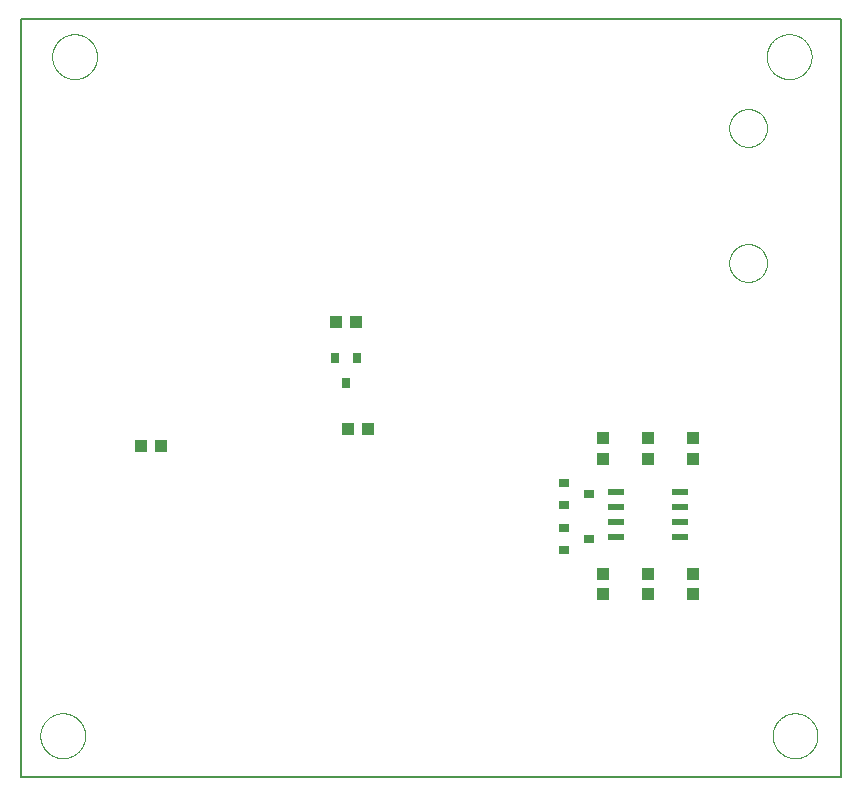
<source format=gtp>
G75*
%MOIN*%
%OFA0B0*%
%FSLAX25Y25*%
%IPPOS*%
%LPD*%
%AMOC8*
5,1,8,0,0,1.08239X$1,22.5*
%
%ADD10C,0.00600*%
%ADD11C,0.00000*%
%ADD12R,0.05400X0.02000*%
%ADD13R,0.03543X0.03150*%
%ADD14R,0.04331X0.03937*%
%ADD15R,0.03937X0.04331*%
%ADD16R,0.03150X0.03543*%
D10*
X0015315Y0001300D02*
X0015315Y0253859D01*
X0288346Y0253859D01*
X0288346Y0001300D01*
X0015315Y0001300D01*
D11*
X0021614Y0015080D02*
X0021616Y0015264D01*
X0021623Y0015447D01*
X0021634Y0015630D01*
X0021650Y0015813D01*
X0021670Y0015996D01*
X0021695Y0016178D01*
X0021724Y0016359D01*
X0021758Y0016539D01*
X0021796Y0016719D01*
X0021838Y0016897D01*
X0021885Y0017075D01*
X0021936Y0017251D01*
X0021992Y0017426D01*
X0022051Y0017600D01*
X0022115Y0017772D01*
X0022183Y0017942D01*
X0022256Y0018111D01*
X0022332Y0018278D01*
X0022413Y0018443D01*
X0022497Y0018606D01*
X0022586Y0018767D01*
X0022678Y0018925D01*
X0022774Y0019082D01*
X0022875Y0019236D01*
X0022978Y0019387D01*
X0023086Y0019536D01*
X0023197Y0019682D01*
X0023312Y0019825D01*
X0023430Y0019966D01*
X0023552Y0020103D01*
X0023677Y0020238D01*
X0023805Y0020369D01*
X0023936Y0020497D01*
X0024071Y0020622D01*
X0024208Y0020744D01*
X0024349Y0020862D01*
X0024492Y0020977D01*
X0024638Y0021088D01*
X0024787Y0021196D01*
X0024938Y0021299D01*
X0025092Y0021400D01*
X0025249Y0021496D01*
X0025407Y0021588D01*
X0025568Y0021677D01*
X0025731Y0021761D01*
X0025896Y0021842D01*
X0026063Y0021918D01*
X0026232Y0021991D01*
X0026402Y0022059D01*
X0026574Y0022123D01*
X0026748Y0022182D01*
X0026923Y0022238D01*
X0027099Y0022289D01*
X0027277Y0022336D01*
X0027455Y0022378D01*
X0027635Y0022416D01*
X0027815Y0022450D01*
X0027996Y0022479D01*
X0028178Y0022504D01*
X0028361Y0022524D01*
X0028544Y0022540D01*
X0028727Y0022551D01*
X0028910Y0022558D01*
X0029094Y0022560D01*
X0029278Y0022558D01*
X0029461Y0022551D01*
X0029644Y0022540D01*
X0029827Y0022524D01*
X0030010Y0022504D01*
X0030192Y0022479D01*
X0030373Y0022450D01*
X0030553Y0022416D01*
X0030733Y0022378D01*
X0030911Y0022336D01*
X0031089Y0022289D01*
X0031265Y0022238D01*
X0031440Y0022182D01*
X0031614Y0022123D01*
X0031786Y0022059D01*
X0031956Y0021991D01*
X0032125Y0021918D01*
X0032292Y0021842D01*
X0032457Y0021761D01*
X0032620Y0021677D01*
X0032781Y0021588D01*
X0032939Y0021496D01*
X0033096Y0021400D01*
X0033250Y0021299D01*
X0033401Y0021196D01*
X0033550Y0021088D01*
X0033696Y0020977D01*
X0033839Y0020862D01*
X0033980Y0020744D01*
X0034117Y0020622D01*
X0034252Y0020497D01*
X0034383Y0020369D01*
X0034511Y0020238D01*
X0034636Y0020103D01*
X0034758Y0019966D01*
X0034876Y0019825D01*
X0034991Y0019682D01*
X0035102Y0019536D01*
X0035210Y0019387D01*
X0035313Y0019236D01*
X0035414Y0019082D01*
X0035510Y0018925D01*
X0035602Y0018767D01*
X0035691Y0018606D01*
X0035775Y0018443D01*
X0035856Y0018278D01*
X0035932Y0018111D01*
X0036005Y0017942D01*
X0036073Y0017772D01*
X0036137Y0017600D01*
X0036196Y0017426D01*
X0036252Y0017251D01*
X0036303Y0017075D01*
X0036350Y0016897D01*
X0036392Y0016719D01*
X0036430Y0016539D01*
X0036464Y0016359D01*
X0036493Y0016178D01*
X0036518Y0015996D01*
X0036538Y0015813D01*
X0036554Y0015630D01*
X0036565Y0015447D01*
X0036572Y0015264D01*
X0036574Y0015080D01*
X0036572Y0014896D01*
X0036565Y0014713D01*
X0036554Y0014530D01*
X0036538Y0014347D01*
X0036518Y0014164D01*
X0036493Y0013982D01*
X0036464Y0013801D01*
X0036430Y0013621D01*
X0036392Y0013441D01*
X0036350Y0013263D01*
X0036303Y0013085D01*
X0036252Y0012909D01*
X0036196Y0012734D01*
X0036137Y0012560D01*
X0036073Y0012388D01*
X0036005Y0012218D01*
X0035932Y0012049D01*
X0035856Y0011882D01*
X0035775Y0011717D01*
X0035691Y0011554D01*
X0035602Y0011393D01*
X0035510Y0011235D01*
X0035414Y0011078D01*
X0035313Y0010924D01*
X0035210Y0010773D01*
X0035102Y0010624D01*
X0034991Y0010478D01*
X0034876Y0010335D01*
X0034758Y0010194D01*
X0034636Y0010057D01*
X0034511Y0009922D01*
X0034383Y0009791D01*
X0034252Y0009663D01*
X0034117Y0009538D01*
X0033980Y0009416D01*
X0033839Y0009298D01*
X0033696Y0009183D01*
X0033550Y0009072D01*
X0033401Y0008964D01*
X0033250Y0008861D01*
X0033096Y0008760D01*
X0032939Y0008664D01*
X0032781Y0008572D01*
X0032620Y0008483D01*
X0032457Y0008399D01*
X0032292Y0008318D01*
X0032125Y0008242D01*
X0031956Y0008169D01*
X0031786Y0008101D01*
X0031614Y0008037D01*
X0031440Y0007978D01*
X0031265Y0007922D01*
X0031089Y0007871D01*
X0030911Y0007824D01*
X0030733Y0007782D01*
X0030553Y0007744D01*
X0030373Y0007710D01*
X0030192Y0007681D01*
X0030010Y0007656D01*
X0029827Y0007636D01*
X0029644Y0007620D01*
X0029461Y0007609D01*
X0029278Y0007602D01*
X0029094Y0007600D01*
X0028910Y0007602D01*
X0028727Y0007609D01*
X0028544Y0007620D01*
X0028361Y0007636D01*
X0028178Y0007656D01*
X0027996Y0007681D01*
X0027815Y0007710D01*
X0027635Y0007744D01*
X0027455Y0007782D01*
X0027277Y0007824D01*
X0027099Y0007871D01*
X0026923Y0007922D01*
X0026748Y0007978D01*
X0026574Y0008037D01*
X0026402Y0008101D01*
X0026232Y0008169D01*
X0026063Y0008242D01*
X0025896Y0008318D01*
X0025731Y0008399D01*
X0025568Y0008483D01*
X0025407Y0008572D01*
X0025249Y0008664D01*
X0025092Y0008760D01*
X0024938Y0008861D01*
X0024787Y0008964D01*
X0024638Y0009072D01*
X0024492Y0009183D01*
X0024349Y0009298D01*
X0024208Y0009416D01*
X0024071Y0009538D01*
X0023936Y0009663D01*
X0023805Y0009791D01*
X0023677Y0009922D01*
X0023552Y0010057D01*
X0023430Y0010194D01*
X0023312Y0010335D01*
X0023197Y0010478D01*
X0023086Y0010624D01*
X0022978Y0010773D01*
X0022875Y0010924D01*
X0022774Y0011078D01*
X0022678Y0011235D01*
X0022586Y0011393D01*
X0022497Y0011554D01*
X0022413Y0011717D01*
X0022332Y0011882D01*
X0022256Y0012049D01*
X0022183Y0012218D01*
X0022115Y0012388D01*
X0022051Y0012560D01*
X0021992Y0012734D01*
X0021936Y0012909D01*
X0021885Y0013085D01*
X0021838Y0013263D01*
X0021796Y0013441D01*
X0021758Y0013621D01*
X0021724Y0013801D01*
X0021695Y0013982D01*
X0021670Y0014164D01*
X0021650Y0014347D01*
X0021634Y0014530D01*
X0021623Y0014713D01*
X0021616Y0014896D01*
X0021614Y0015080D01*
X0251240Y0172658D02*
X0251242Y0172816D01*
X0251248Y0172974D01*
X0251258Y0173132D01*
X0251272Y0173290D01*
X0251290Y0173447D01*
X0251311Y0173604D01*
X0251337Y0173760D01*
X0251367Y0173916D01*
X0251400Y0174071D01*
X0251438Y0174224D01*
X0251479Y0174377D01*
X0251524Y0174529D01*
X0251573Y0174680D01*
X0251626Y0174829D01*
X0251682Y0174977D01*
X0251742Y0175123D01*
X0251806Y0175268D01*
X0251874Y0175411D01*
X0251945Y0175553D01*
X0252019Y0175693D01*
X0252097Y0175830D01*
X0252179Y0175966D01*
X0252263Y0176100D01*
X0252352Y0176231D01*
X0252443Y0176360D01*
X0252538Y0176487D01*
X0252635Y0176612D01*
X0252736Y0176734D01*
X0252840Y0176853D01*
X0252947Y0176970D01*
X0253057Y0177084D01*
X0253170Y0177195D01*
X0253285Y0177304D01*
X0253403Y0177409D01*
X0253524Y0177511D01*
X0253647Y0177611D01*
X0253773Y0177707D01*
X0253901Y0177800D01*
X0254031Y0177890D01*
X0254164Y0177976D01*
X0254299Y0178060D01*
X0254435Y0178139D01*
X0254574Y0178216D01*
X0254715Y0178288D01*
X0254857Y0178358D01*
X0255001Y0178423D01*
X0255147Y0178485D01*
X0255294Y0178543D01*
X0255443Y0178598D01*
X0255593Y0178649D01*
X0255744Y0178696D01*
X0255896Y0178739D01*
X0256049Y0178778D01*
X0256204Y0178814D01*
X0256359Y0178845D01*
X0256515Y0178873D01*
X0256671Y0178897D01*
X0256828Y0178917D01*
X0256986Y0178933D01*
X0257143Y0178945D01*
X0257302Y0178953D01*
X0257460Y0178957D01*
X0257618Y0178957D01*
X0257776Y0178953D01*
X0257935Y0178945D01*
X0258092Y0178933D01*
X0258250Y0178917D01*
X0258407Y0178897D01*
X0258563Y0178873D01*
X0258719Y0178845D01*
X0258874Y0178814D01*
X0259029Y0178778D01*
X0259182Y0178739D01*
X0259334Y0178696D01*
X0259485Y0178649D01*
X0259635Y0178598D01*
X0259784Y0178543D01*
X0259931Y0178485D01*
X0260077Y0178423D01*
X0260221Y0178358D01*
X0260363Y0178288D01*
X0260504Y0178216D01*
X0260643Y0178139D01*
X0260779Y0178060D01*
X0260914Y0177976D01*
X0261047Y0177890D01*
X0261177Y0177800D01*
X0261305Y0177707D01*
X0261431Y0177611D01*
X0261554Y0177511D01*
X0261675Y0177409D01*
X0261793Y0177304D01*
X0261908Y0177195D01*
X0262021Y0177084D01*
X0262131Y0176970D01*
X0262238Y0176853D01*
X0262342Y0176734D01*
X0262443Y0176612D01*
X0262540Y0176487D01*
X0262635Y0176360D01*
X0262726Y0176231D01*
X0262815Y0176100D01*
X0262899Y0175966D01*
X0262981Y0175830D01*
X0263059Y0175693D01*
X0263133Y0175553D01*
X0263204Y0175411D01*
X0263272Y0175268D01*
X0263336Y0175123D01*
X0263396Y0174977D01*
X0263452Y0174829D01*
X0263505Y0174680D01*
X0263554Y0174529D01*
X0263599Y0174377D01*
X0263640Y0174224D01*
X0263678Y0174071D01*
X0263711Y0173916D01*
X0263741Y0173760D01*
X0263767Y0173604D01*
X0263788Y0173447D01*
X0263806Y0173290D01*
X0263820Y0173132D01*
X0263830Y0172974D01*
X0263836Y0172816D01*
X0263838Y0172658D01*
X0263836Y0172500D01*
X0263830Y0172342D01*
X0263820Y0172184D01*
X0263806Y0172026D01*
X0263788Y0171869D01*
X0263767Y0171712D01*
X0263741Y0171556D01*
X0263711Y0171400D01*
X0263678Y0171245D01*
X0263640Y0171092D01*
X0263599Y0170939D01*
X0263554Y0170787D01*
X0263505Y0170636D01*
X0263452Y0170487D01*
X0263396Y0170339D01*
X0263336Y0170193D01*
X0263272Y0170048D01*
X0263204Y0169905D01*
X0263133Y0169763D01*
X0263059Y0169623D01*
X0262981Y0169486D01*
X0262899Y0169350D01*
X0262815Y0169216D01*
X0262726Y0169085D01*
X0262635Y0168956D01*
X0262540Y0168829D01*
X0262443Y0168704D01*
X0262342Y0168582D01*
X0262238Y0168463D01*
X0262131Y0168346D01*
X0262021Y0168232D01*
X0261908Y0168121D01*
X0261793Y0168012D01*
X0261675Y0167907D01*
X0261554Y0167805D01*
X0261431Y0167705D01*
X0261305Y0167609D01*
X0261177Y0167516D01*
X0261047Y0167426D01*
X0260914Y0167340D01*
X0260779Y0167256D01*
X0260643Y0167177D01*
X0260504Y0167100D01*
X0260363Y0167028D01*
X0260221Y0166958D01*
X0260077Y0166893D01*
X0259931Y0166831D01*
X0259784Y0166773D01*
X0259635Y0166718D01*
X0259485Y0166667D01*
X0259334Y0166620D01*
X0259182Y0166577D01*
X0259029Y0166538D01*
X0258874Y0166502D01*
X0258719Y0166471D01*
X0258563Y0166443D01*
X0258407Y0166419D01*
X0258250Y0166399D01*
X0258092Y0166383D01*
X0257935Y0166371D01*
X0257776Y0166363D01*
X0257618Y0166359D01*
X0257460Y0166359D01*
X0257302Y0166363D01*
X0257143Y0166371D01*
X0256986Y0166383D01*
X0256828Y0166399D01*
X0256671Y0166419D01*
X0256515Y0166443D01*
X0256359Y0166471D01*
X0256204Y0166502D01*
X0256049Y0166538D01*
X0255896Y0166577D01*
X0255744Y0166620D01*
X0255593Y0166667D01*
X0255443Y0166718D01*
X0255294Y0166773D01*
X0255147Y0166831D01*
X0255001Y0166893D01*
X0254857Y0166958D01*
X0254715Y0167028D01*
X0254574Y0167100D01*
X0254435Y0167177D01*
X0254299Y0167256D01*
X0254164Y0167340D01*
X0254031Y0167426D01*
X0253901Y0167516D01*
X0253773Y0167609D01*
X0253647Y0167705D01*
X0253524Y0167805D01*
X0253403Y0167907D01*
X0253285Y0168012D01*
X0253170Y0168121D01*
X0253057Y0168232D01*
X0252947Y0168346D01*
X0252840Y0168463D01*
X0252736Y0168582D01*
X0252635Y0168704D01*
X0252538Y0168829D01*
X0252443Y0168956D01*
X0252352Y0169085D01*
X0252263Y0169216D01*
X0252179Y0169350D01*
X0252097Y0169486D01*
X0252019Y0169623D01*
X0251945Y0169763D01*
X0251874Y0169905D01*
X0251806Y0170048D01*
X0251742Y0170193D01*
X0251682Y0170339D01*
X0251626Y0170487D01*
X0251573Y0170636D01*
X0251524Y0170787D01*
X0251479Y0170939D01*
X0251438Y0171092D01*
X0251400Y0171245D01*
X0251367Y0171400D01*
X0251337Y0171556D01*
X0251311Y0171712D01*
X0251290Y0171869D01*
X0251272Y0172026D01*
X0251258Y0172184D01*
X0251248Y0172342D01*
X0251242Y0172500D01*
X0251240Y0172658D01*
X0251240Y0217658D02*
X0251242Y0217816D01*
X0251248Y0217974D01*
X0251258Y0218132D01*
X0251272Y0218290D01*
X0251290Y0218447D01*
X0251311Y0218604D01*
X0251337Y0218760D01*
X0251367Y0218916D01*
X0251400Y0219071D01*
X0251438Y0219224D01*
X0251479Y0219377D01*
X0251524Y0219529D01*
X0251573Y0219680D01*
X0251626Y0219829D01*
X0251682Y0219977D01*
X0251742Y0220123D01*
X0251806Y0220268D01*
X0251874Y0220411D01*
X0251945Y0220553D01*
X0252019Y0220693D01*
X0252097Y0220830D01*
X0252179Y0220966D01*
X0252263Y0221100D01*
X0252352Y0221231D01*
X0252443Y0221360D01*
X0252538Y0221487D01*
X0252635Y0221612D01*
X0252736Y0221734D01*
X0252840Y0221853D01*
X0252947Y0221970D01*
X0253057Y0222084D01*
X0253170Y0222195D01*
X0253285Y0222304D01*
X0253403Y0222409D01*
X0253524Y0222511D01*
X0253647Y0222611D01*
X0253773Y0222707D01*
X0253901Y0222800D01*
X0254031Y0222890D01*
X0254164Y0222976D01*
X0254299Y0223060D01*
X0254435Y0223139D01*
X0254574Y0223216D01*
X0254715Y0223288D01*
X0254857Y0223358D01*
X0255001Y0223423D01*
X0255147Y0223485D01*
X0255294Y0223543D01*
X0255443Y0223598D01*
X0255593Y0223649D01*
X0255744Y0223696D01*
X0255896Y0223739D01*
X0256049Y0223778D01*
X0256204Y0223814D01*
X0256359Y0223845D01*
X0256515Y0223873D01*
X0256671Y0223897D01*
X0256828Y0223917D01*
X0256986Y0223933D01*
X0257143Y0223945D01*
X0257302Y0223953D01*
X0257460Y0223957D01*
X0257618Y0223957D01*
X0257776Y0223953D01*
X0257935Y0223945D01*
X0258092Y0223933D01*
X0258250Y0223917D01*
X0258407Y0223897D01*
X0258563Y0223873D01*
X0258719Y0223845D01*
X0258874Y0223814D01*
X0259029Y0223778D01*
X0259182Y0223739D01*
X0259334Y0223696D01*
X0259485Y0223649D01*
X0259635Y0223598D01*
X0259784Y0223543D01*
X0259931Y0223485D01*
X0260077Y0223423D01*
X0260221Y0223358D01*
X0260363Y0223288D01*
X0260504Y0223216D01*
X0260643Y0223139D01*
X0260779Y0223060D01*
X0260914Y0222976D01*
X0261047Y0222890D01*
X0261177Y0222800D01*
X0261305Y0222707D01*
X0261431Y0222611D01*
X0261554Y0222511D01*
X0261675Y0222409D01*
X0261793Y0222304D01*
X0261908Y0222195D01*
X0262021Y0222084D01*
X0262131Y0221970D01*
X0262238Y0221853D01*
X0262342Y0221734D01*
X0262443Y0221612D01*
X0262540Y0221487D01*
X0262635Y0221360D01*
X0262726Y0221231D01*
X0262815Y0221100D01*
X0262899Y0220966D01*
X0262981Y0220830D01*
X0263059Y0220693D01*
X0263133Y0220553D01*
X0263204Y0220411D01*
X0263272Y0220268D01*
X0263336Y0220123D01*
X0263396Y0219977D01*
X0263452Y0219829D01*
X0263505Y0219680D01*
X0263554Y0219529D01*
X0263599Y0219377D01*
X0263640Y0219224D01*
X0263678Y0219071D01*
X0263711Y0218916D01*
X0263741Y0218760D01*
X0263767Y0218604D01*
X0263788Y0218447D01*
X0263806Y0218290D01*
X0263820Y0218132D01*
X0263830Y0217974D01*
X0263836Y0217816D01*
X0263838Y0217658D01*
X0263836Y0217500D01*
X0263830Y0217342D01*
X0263820Y0217184D01*
X0263806Y0217026D01*
X0263788Y0216869D01*
X0263767Y0216712D01*
X0263741Y0216556D01*
X0263711Y0216400D01*
X0263678Y0216245D01*
X0263640Y0216092D01*
X0263599Y0215939D01*
X0263554Y0215787D01*
X0263505Y0215636D01*
X0263452Y0215487D01*
X0263396Y0215339D01*
X0263336Y0215193D01*
X0263272Y0215048D01*
X0263204Y0214905D01*
X0263133Y0214763D01*
X0263059Y0214623D01*
X0262981Y0214486D01*
X0262899Y0214350D01*
X0262815Y0214216D01*
X0262726Y0214085D01*
X0262635Y0213956D01*
X0262540Y0213829D01*
X0262443Y0213704D01*
X0262342Y0213582D01*
X0262238Y0213463D01*
X0262131Y0213346D01*
X0262021Y0213232D01*
X0261908Y0213121D01*
X0261793Y0213012D01*
X0261675Y0212907D01*
X0261554Y0212805D01*
X0261431Y0212705D01*
X0261305Y0212609D01*
X0261177Y0212516D01*
X0261047Y0212426D01*
X0260914Y0212340D01*
X0260779Y0212256D01*
X0260643Y0212177D01*
X0260504Y0212100D01*
X0260363Y0212028D01*
X0260221Y0211958D01*
X0260077Y0211893D01*
X0259931Y0211831D01*
X0259784Y0211773D01*
X0259635Y0211718D01*
X0259485Y0211667D01*
X0259334Y0211620D01*
X0259182Y0211577D01*
X0259029Y0211538D01*
X0258874Y0211502D01*
X0258719Y0211471D01*
X0258563Y0211443D01*
X0258407Y0211419D01*
X0258250Y0211399D01*
X0258092Y0211383D01*
X0257935Y0211371D01*
X0257776Y0211363D01*
X0257618Y0211359D01*
X0257460Y0211359D01*
X0257302Y0211363D01*
X0257143Y0211371D01*
X0256986Y0211383D01*
X0256828Y0211399D01*
X0256671Y0211419D01*
X0256515Y0211443D01*
X0256359Y0211471D01*
X0256204Y0211502D01*
X0256049Y0211538D01*
X0255896Y0211577D01*
X0255744Y0211620D01*
X0255593Y0211667D01*
X0255443Y0211718D01*
X0255294Y0211773D01*
X0255147Y0211831D01*
X0255001Y0211893D01*
X0254857Y0211958D01*
X0254715Y0212028D01*
X0254574Y0212100D01*
X0254435Y0212177D01*
X0254299Y0212256D01*
X0254164Y0212340D01*
X0254031Y0212426D01*
X0253901Y0212516D01*
X0253773Y0212609D01*
X0253647Y0212705D01*
X0253524Y0212805D01*
X0253403Y0212907D01*
X0253285Y0213012D01*
X0253170Y0213121D01*
X0253057Y0213232D01*
X0252947Y0213346D01*
X0252840Y0213463D01*
X0252736Y0213582D01*
X0252635Y0213704D01*
X0252538Y0213829D01*
X0252443Y0213956D01*
X0252352Y0214085D01*
X0252263Y0214216D01*
X0252179Y0214350D01*
X0252097Y0214486D01*
X0252019Y0214623D01*
X0251945Y0214763D01*
X0251874Y0214905D01*
X0251806Y0215048D01*
X0251742Y0215193D01*
X0251682Y0215339D01*
X0251626Y0215487D01*
X0251573Y0215636D01*
X0251524Y0215787D01*
X0251479Y0215939D01*
X0251438Y0216092D01*
X0251400Y0216245D01*
X0251367Y0216400D01*
X0251337Y0216556D01*
X0251311Y0216712D01*
X0251290Y0216869D01*
X0251272Y0217026D01*
X0251258Y0217184D01*
X0251248Y0217342D01*
X0251242Y0217500D01*
X0251240Y0217658D01*
X0263740Y0241457D02*
X0263742Y0241641D01*
X0263749Y0241824D01*
X0263760Y0242007D01*
X0263776Y0242190D01*
X0263796Y0242373D01*
X0263821Y0242555D01*
X0263850Y0242736D01*
X0263884Y0242916D01*
X0263922Y0243096D01*
X0263964Y0243274D01*
X0264011Y0243452D01*
X0264062Y0243628D01*
X0264118Y0243803D01*
X0264177Y0243977D01*
X0264241Y0244149D01*
X0264309Y0244319D01*
X0264382Y0244488D01*
X0264458Y0244655D01*
X0264539Y0244820D01*
X0264623Y0244983D01*
X0264712Y0245144D01*
X0264804Y0245302D01*
X0264900Y0245459D01*
X0265001Y0245613D01*
X0265104Y0245764D01*
X0265212Y0245913D01*
X0265323Y0246059D01*
X0265438Y0246202D01*
X0265556Y0246343D01*
X0265678Y0246480D01*
X0265803Y0246615D01*
X0265931Y0246746D01*
X0266062Y0246874D01*
X0266197Y0246999D01*
X0266334Y0247121D01*
X0266475Y0247239D01*
X0266618Y0247354D01*
X0266764Y0247465D01*
X0266913Y0247573D01*
X0267064Y0247676D01*
X0267218Y0247777D01*
X0267375Y0247873D01*
X0267533Y0247965D01*
X0267694Y0248054D01*
X0267857Y0248138D01*
X0268022Y0248219D01*
X0268189Y0248295D01*
X0268358Y0248368D01*
X0268528Y0248436D01*
X0268700Y0248500D01*
X0268874Y0248559D01*
X0269049Y0248615D01*
X0269225Y0248666D01*
X0269403Y0248713D01*
X0269581Y0248755D01*
X0269761Y0248793D01*
X0269941Y0248827D01*
X0270122Y0248856D01*
X0270304Y0248881D01*
X0270487Y0248901D01*
X0270670Y0248917D01*
X0270853Y0248928D01*
X0271036Y0248935D01*
X0271220Y0248937D01*
X0271404Y0248935D01*
X0271587Y0248928D01*
X0271770Y0248917D01*
X0271953Y0248901D01*
X0272136Y0248881D01*
X0272318Y0248856D01*
X0272499Y0248827D01*
X0272679Y0248793D01*
X0272859Y0248755D01*
X0273037Y0248713D01*
X0273215Y0248666D01*
X0273391Y0248615D01*
X0273566Y0248559D01*
X0273740Y0248500D01*
X0273912Y0248436D01*
X0274082Y0248368D01*
X0274251Y0248295D01*
X0274418Y0248219D01*
X0274583Y0248138D01*
X0274746Y0248054D01*
X0274907Y0247965D01*
X0275065Y0247873D01*
X0275222Y0247777D01*
X0275376Y0247676D01*
X0275527Y0247573D01*
X0275676Y0247465D01*
X0275822Y0247354D01*
X0275965Y0247239D01*
X0276106Y0247121D01*
X0276243Y0246999D01*
X0276378Y0246874D01*
X0276509Y0246746D01*
X0276637Y0246615D01*
X0276762Y0246480D01*
X0276884Y0246343D01*
X0277002Y0246202D01*
X0277117Y0246059D01*
X0277228Y0245913D01*
X0277336Y0245764D01*
X0277439Y0245613D01*
X0277540Y0245459D01*
X0277636Y0245302D01*
X0277728Y0245144D01*
X0277817Y0244983D01*
X0277901Y0244820D01*
X0277982Y0244655D01*
X0278058Y0244488D01*
X0278131Y0244319D01*
X0278199Y0244149D01*
X0278263Y0243977D01*
X0278322Y0243803D01*
X0278378Y0243628D01*
X0278429Y0243452D01*
X0278476Y0243274D01*
X0278518Y0243096D01*
X0278556Y0242916D01*
X0278590Y0242736D01*
X0278619Y0242555D01*
X0278644Y0242373D01*
X0278664Y0242190D01*
X0278680Y0242007D01*
X0278691Y0241824D01*
X0278698Y0241641D01*
X0278700Y0241457D01*
X0278698Y0241273D01*
X0278691Y0241090D01*
X0278680Y0240907D01*
X0278664Y0240724D01*
X0278644Y0240541D01*
X0278619Y0240359D01*
X0278590Y0240178D01*
X0278556Y0239998D01*
X0278518Y0239818D01*
X0278476Y0239640D01*
X0278429Y0239462D01*
X0278378Y0239286D01*
X0278322Y0239111D01*
X0278263Y0238937D01*
X0278199Y0238765D01*
X0278131Y0238595D01*
X0278058Y0238426D01*
X0277982Y0238259D01*
X0277901Y0238094D01*
X0277817Y0237931D01*
X0277728Y0237770D01*
X0277636Y0237612D01*
X0277540Y0237455D01*
X0277439Y0237301D01*
X0277336Y0237150D01*
X0277228Y0237001D01*
X0277117Y0236855D01*
X0277002Y0236712D01*
X0276884Y0236571D01*
X0276762Y0236434D01*
X0276637Y0236299D01*
X0276509Y0236168D01*
X0276378Y0236040D01*
X0276243Y0235915D01*
X0276106Y0235793D01*
X0275965Y0235675D01*
X0275822Y0235560D01*
X0275676Y0235449D01*
X0275527Y0235341D01*
X0275376Y0235238D01*
X0275222Y0235137D01*
X0275065Y0235041D01*
X0274907Y0234949D01*
X0274746Y0234860D01*
X0274583Y0234776D01*
X0274418Y0234695D01*
X0274251Y0234619D01*
X0274082Y0234546D01*
X0273912Y0234478D01*
X0273740Y0234414D01*
X0273566Y0234355D01*
X0273391Y0234299D01*
X0273215Y0234248D01*
X0273037Y0234201D01*
X0272859Y0234159D01*
X0272679Y0234121D01*
X0272499Y0234087D01*
X0272318Y0234058D01*
X0272136Y0234033D01*
X0271953Y0234013D01*
X0271770Y0233997D01*
X0271587Y0233986D01*
X0271404Y0233979D01*
X0271220Y0233977D01*
X0271036Y0233979D01*
X0270853Y0233986D01*
X0270670Y0233997D01*
X0270487Y0234013D01*
X0270304Y0234033D01*
X0270122Y0234058D01*
X0269941Y0234087D01*
X0269761Y0234121D01*
X0269581Y0234159D01*
X0269403Y0234201D01*
X0269225Y0234248D01*
X0269049Y0234299D01*
X0268874Y0234355D01*
X0268700Y0234414D01*
X0268528Y0234478D01*
X0268358Y0234546D01*
X0268189Y0234619D01*
X0268022Y0234695D01*
X0267857Y0234776D01*
X0267694Y0234860D01*
X0267533Y0234949D01*
X0267375Y0235041D01*
X0267218Y0235137D01*
X0267064Y0235238D01*
X0266913Y0235341D01*
X0266764Y0235449D01*
X0266618Y0235560D01*
X0266475Y0235675D01*
X0266334Y0235793D01*
X0266197Y0235915D01*
X0266062Y0236040D01*
X0265931Y0236168D01*
X0265803Y0236299D01*
X0265678Y0236434D01*
X0265556Y0236571D01*
X0265438Y0236712D01*
X0265323Y0236855D01*
X0265212Y0237001D01*
X0265104Y0237150D01*
X0265001Y0237301D01*
X0264900Y0237455D01*
X0264804Y0237612D01*
X0264712Y0237770D01*
X0264623Y0237931D01*
X0264539Y0238094D01*
X0264458Y0238259D01*
X0264382Y0238426D01*
X0264309Y0238595D01*
X0264241Y0238765D01*
X0264177Y0238937D01*
X0264118Y0239111D01*
X0264062Y0239286D01*
X0264011Y0239462D01*
X0263964Y0239640D01*
X0263922Y0239818D01*
X0263884Y0239998D01*
X0263850Y0240178D01*
X0263821Y0240359D01*
X0263796Y0240541D01*
X0263776Y0240724D01*
X0263760Y0240907D01*
X0263749Y0241090D01*
X0263742Y0241273D01*
X0263740Y0241457D01*
X0025551Y0241457D02*
X0025553Y0241641D01*
X0025560Y0241824D01*
X0025571Y0242007D01*
X0025587Y0242190D01*
X0025607Y0242373D01*
X0025632Y0242555D01*
X0025661Y0242736D01*
X0025695Y0242916D01*
X0025733Y0243096D01*
X0025775Y0243274D01*
X0025822Y0243452D01*
X0025873Y0243628D01*
X0025929Y0243803D01*
X0025988Y0243977D01*
X0026052Y0244149D01*
X0026120Y0244319D01*
X0026193Y0244488D01*
X0026269Y0244655D01*
X0026350Y0244820D01*
X0026434Y0244983D01*
X0026523Y0245144D01*
X0026615Y0245302D01*
X0026711Y0245459D01*
X0026812Y0245613D01*
X0026915Y0245764D01*
X0027023Y0245913D01*
X0027134Y0246059D01*
X0027249Y0246202D01*
X0027367Y0246343D01*
X0027489Y0246480D01*
X0027614Y0246615D01*
X0027742Y0246746D01*
X0027873Y0246874D01*
X0028008Y0246999D01*
X0028145Y0247121D01*
X0028286Y0247239D01*
X0028429Y0247354D01*
X0028575Y0247465D01*
X0028724Y0247573D01*
X0028875Y0247676D01*
X0029029Y0247777D01*
X0029186Y0247873D01*
X0029344Y0247965D01*
X0029505Y0248054D01*
X0029668Y0248138D01*
X0029833Y0248219D01*
X0030000Y0248295D01*
X0030169Y0248368D01*
X0030339Y0248436D01*
X0030511Y0248500D01*
X0030685Y0248559D01*
X0030860Y0248615D01*
X0031036Y0248666D01*
X0031214Y0248713D01*
X0031392Y0248755D01*
X0031572Y0248793D01*
X0031752Y0248827D01*
X0031933Y0248856D01*
X0032115Y0248881D01*
X0032298Y0248901D01*
X0032481Y0248917D01*
X0032664Y0248928D01*
X0032847Y0248935D01*
X0033031Y0248937D01*
X0033215Y0248935D01*
X0033398Y0248928D01*
X0033581Y0248917D01*
X0033764Y0248901D01*
X0033947Y0248881D01*
X0034129Y0248856D01*
X0034310Y0248827D01*
X0034490Y0248793D01*
X0034670Y0248755D01*
X0034848Y0248713D01*
X0035026Y0248666D01*
X0035202Y0248615D01*
X0035377Y0248559D01*
X0035551Y0248500D01*
X0035723Y0248436D01*
X0035893Y0248368D01*
X0036062Y0248295D01*
X0036229Y0248219D01*
X0036394Y0248138D01*
X0036557Y0248054D01*
X0036718Y0247965D01*
X0036876Y0247873D01*
X0037033Y0247777D01*
X0037187Y0247676D01*
X0037338Y0247573D01*
X0037487Y0247465D01*
X0037633Y0247354D01*
X0037776Y0247239D01*
X0037917Y0247121D01*
X0038054Y0246999D01*
X0038189Y0246874D01*
X0038320Y0246746D01*
X0038448Y0246615D01*
X0038573Y0246480D01*
X0038695Y0246343D01*
X0038813Y0246202D01*
X0038928Y0246059D01*
X0039039Y0245913D01*
X0039147Y0245764D01*
X0039250Y0245613D01*
X0039351Y0245459D01*
X0039447Y0245302D01*
X0039539Y0245144D01*
X0039628Y0244983D01*
X0039712Y0244820D01*
X0039793Y0244655D01*
X0039869Y0244488D01*
X0039942Y0244319D01*
X0040010Y0244149D01*
X0040074Y0243977D01*
X0040133Y0243803D01*
X0040189Y0243628D01*
X0040240Y0243452D01*
X0040287Y0243274D01*
X0040329Y0243096D01*
X0040367Y0242916D01*
X0040401Y0242736D01*
X0040430Y0242555D01*
X0040455Y0242373D01*
X0040475Y0242190D01*
X0040491Y0242007D01*
X0040502Y0241824D01*
X0040509Y0241641D01*
X0040511Y0241457D01*
X0040509Y0241273D01*
X0040502Y0241090D01*
X0040491Y0240907D01*
X0040475Y0240724D01*
X0040455Y0240541D01*
X0040430Y0240359D01*
X0040401Y0240178D01*
X0040367Y0239998D01*
X0040329Y0239818D01*
X0040287Y0239640D01*
X0040240Y0239462D01*
X0040189Y0239286D01*
X0040133Y0239111D01*
X0040074Y0238937D01*
X0040010Y0238765D01*
X0039942Y0238595D01*
X0039869Y0238426D01*
X0039793Y0238259D01*
X0039712Y0238094D01*
X0039628Y0237931D01*
X0039539Y0237770D01*
X0039447Y0237612D01*
X0039351Y0237455D01*
X0039250Y0237301D01*
X0039147Y0237150D01*
X0039039Y0237001D01*
X0038928Y0236855D01*
X0038813Y0236712D01*
X0038695Y0236571D01*
X0038573Y0236434D01*
X0038448Y0236299D01*
X0038320Y0236168D01*
X0038189Y0236040D01*
X0038054Y0235915D01*
X0037917Y0235793D01*
X0037776Y0235675D01*
X0037633Y0235560D01*
X0037487Y0235449D01*
X0037338Y0235341D01*
X0037187Y0235238D01*
X0037033Y0235137D01*
X0036876Y0235041D01*
X0036718Y0234949D01*
X0036557Y0234860D01*
X0036394Y0234776D01*
X0036229Y0234695D01*
X0036062Y0234619D01*
X0035893Y0234546D01*
X0035723Y0234478D01*
X0035551Y0234414D01*
X0035377Y0234355D01*
X0035202Y0234299D01*
X0035026Y0234248D01*
X0034848Y0234201D01*
X0034670Y0234159D01*
X0034490Y0234121D01*
X0034310Y0234087D01*
X0034129Y0234058D01*
X0033947Y0234033D01*
X0033764Y0234013D01*
X0033581Y0233997D01*
X0033398Y0233986D01*
X0033215Y0233979D01*
X0033031Y0233977D01*
X0032847Y0233979D01*
X0032664Y0233986D01*
X0032481Y0233997D01*
X0032298Y0234013D01*
X0032115Y0234033D01*
X0031933Y0234058D01*
X0031752Y0234087D01*
X0031572Y0234121D01*
X0031392Y0234159D01*
X0031214Y0234201D01*
X0031036Y0234248D01*
X0030860Y0234299D01*
X0030685Y0234355D01*
X0030511Y0234414D01*
X0030339Y0234478D01*
X0030169Y0234546D01*
X0030000Y0234619D01*
X0029833Y0234695D01*
X0029668Y0234776D01*
X0029505Y0234860D01*
X0029344Y0234949D01*
X0029186Y0235041D01*
X0029029Y0235137D01*
X0028875Y0235238D01*
X0028724Y0235341D01*
X0028575Y0235449D01*
X0028429Y0235560D01*
X0028286Y0235675D01*
X0028145Y0235793D01*
X0028008Y0235915D01*
X0027873Y0236040D01*
X0027742Y0236168D01*
X0027614Y0236299D01*
X0027489Y0236434D01*
X0027367Y0236571D01*
X0027249Y0236712D01*
X0027134Y0236855D01*
X0027023Y0237001D01*
X0026915Y0237150D01*
X0026812Y0237301D01*
X0026711Y0237455D01*
X0026615Y0237612D01*
X0026523Y0237770D01*
X0026434Y0237931D01*
X0026350Y0238094D01*
X0026269Y0238259D01*
X0026193Y0238426D01*
X0026120Y0238595D01*
X0026052Y0238765D01*
X0025988Y0238937D01*
X0025929Y0239111D01*
X0025873Y0239286D01*
X0025822Y0239462D01*
X0025775Y0239640D01*
X0025733Y0239818D01*
X0025695Y0239998D01*
X0025661Y0240178D01*
X0025632Y0240359D01*
X0025607Y0240541D01*
X0025587Y0240724D01*
X0025571Y0240907D01*
X0025560Y0241090D01*
X0025553Y0241273D01*
X0025551Y0241457D01*
X0265709Y0015080D02*
X0265711Y0015264D01*
X0265718Y0015447D01*
X0265729Y0015630D01*
X0265745Y0015813D01*
X0265765Y0015996D01*
X0265790Y0016178D01*
X0265819Y0016359D01*
X0265853Y0016539D01*
X0265891Y0016719D01*
X0265933Y0016897D01*
X0265980Y0017075D01*
X0266031Y0017251D01*
X0266087Y0017426D01*
X0266146Y0017600D01*
X0266210Y0017772D01*
X0266278Y0017942D01*
X0266351Y0018111D01*
X0266427Y0018278D01*
X0266508Y0018443D01*
X0266592Y0018606D01*
X0266681Y0018767D01*
X0266773Y0018925D01*
X0266869Y0019082D01*
X0266970Y0019236D01*
X0267073Y0019387D01*
X0267181Y0019536D01*
X0267292Y0019682D01*
X0267407Y0019825D01*
X0267525Y0019966D01*
X0267647Y0020103D01*
X0267772Y0020238D01*
X0267900Y0020369D01*
X0268031Y0020497D01*
X0268166Y0020622D01*
X0268303Y0020744D01*
X0268444Y0020862D01*
X0268587Y0020977D01*
X0268733Y0021088D01*
X0268882Y0021196D01*
X0269033Y0021299D01*
X0269187Y0021400D01*
X0269344Y0021496D01*
X0269502Y0021588D01*
X0269663Y0021677D01*
X0269826Y0021761D01*
X0269991Y0021842D01*
X0270158Y0021918D01*
X0270327Y0021991D01*
X0270497Y0022059D01*
X0270669Y0022123D01*
X0270843Y0022182D01*
X0271018Y0022238D01*
X0271194Y0022289D01*
X0271372Y0022336D01*
X0271550Y0022378D01*
X0271730Y0022416D01*
X0271910Y0022450D01*
X0272091Y0022479D01*
X0272273Y0022504D01*
X0272456Y0022524D01*
X0272639Y0022540D01*
X0272822Y0022551D01*
X0273005Y0022558D01*
X0273189Y0022560D01*
X0273373Y0022558D01*
X0273556Y0022551D01*
X0273739Y0022540D01*
X0273922Y0022524D01*
X0274105Y0022504D01*
X0274287Y0022479D01*
X0274468Y0022450D01*
X0274648Y0022416D01*
X0274828Y0022378D01*
X0275006Y0022336D01*
X0275184Y0022289D01*
X0275360Y0022238D01*
X0275535Y0022182D01*
X0275709Y0022123D01*
X0275881Y0022059D01*
X0276051Y0021991D01*
X0276220Y0021918D01*
X0276387Y0021842D01*
X0276552Y0021761D01*
X0276715Y0021677D01*
X0276876Y0021588D01*
X0277034Y0021496D01*
X0277191Y0021400D01*
X0277345Y0021299D01*
X0277496Y0021196D01*
X0277645Y0021088D01*
X0277791Y0020977D01*
X0277934Y0020862D01*
X0278075Y0020744D01*
X0278212Y0020622D01*
X0278347Y0020497D01*
X0278478Y0020369D01*
X0278606Y0020238D01*
X0278731Y0020103D01*
X0278853Y0019966D01*
X0278971Y0019825D01*
X0279086Y0019682D01*
X0279197Y0019536D01*
X0279305Y0019387D01*
X0279408Y0019236D01*
X0279509Y0019082D01*
X0279605Y0018925D01*
X0279697Y0018767D01*
X0279786Y0018606D01*
X0279870Y0018443D01*
X0279951Y0018278D01*
X0280027Y0018111D01*
X0280100Y0017942D01*
X0280168Y0017772D01*
X0280232Y0017600D01*
X0280291Y0017426D01*
X0280347Y0017251D01*
X0280398Y0017075D01*
X0280445Y0016897D01*
X0280487Y0016719D01*
X0280525Y0016539D01*
X0280559Y0016359D01*
X0280588Y0016178D01*
X0280613Y0015996D01*
X0280633Y0015813D01*
X0280649Y0015630D01*
X0280660Y0015447D01*
X0280667Y0015264D01*
X0280669Y0015080D01*
X0280667Y0014896D01*
X0280660Y0014713D01*
X0280649Y0014530D01*
X0280633Y0014347D01*
X0280613Y0014164D01*
X0280588Y0013982D01*
X0280559Y0013801D01*
X0280525Y0013621D01*
X0280487Y0013441D01*
X0280445Y0013263D01*
X0280398Y0013085D01*
X0280347Y0012909D01*
X0280291Y0012734D01*
X0280232Y0012560D01*
X0280168Y0012388D01*
X0280100Y0012218D01*
X0280027Y0012049D01*
X0279951Y0011882D01*
X0279870Y0011717D01*
X0279786Y0011554D01*
X0279697Y0011393D01*
X0279605Y0011235D01*
X0279509Y0011078D01*
X0279408Y0010924D01*
X0279305Y0010773D01*
X0279197Y0010624D01*
X0279086Y0010478D01*
X0278971Y0010335D01*
X0278853Y0010194D01*
X0278731Y0010057D01*
X0278606Y0009922D01*
X0278478Y0009791D01*
X0278347Y0009663D01*
X0278212Y0009538D01*
X0278075Y0009416D01*
X0277934Y0009298D01*
X0277791Y0009183D01*
X0277645Y0009072D01*
X0277496Y0008964D01*
X0277345Y0008861D01*
X0277191Y0008760D01*
X0277034Y0008664D01*
X0276876Y0008572D01*
X0276715Y0008483D01*
X0276552Y0008399D01*
X0276387Y0008318D01*
X0276220Y0008242D01*
X0276051Y0008169D01*
X0275881Y0008101D01*
X0275709Y0008037D01*
X0275535Y0007978D01*
X0275360Y0007922D01*
X0275184Y0007871D01*
X0275006Y0007824D01*
X0274828Y0007782D01*
X0274648Y0007744D01*
X0274468Y0007710D01*
X0274287Y0007681D01*
X0274105Y0007656D01*
X0273922Y0007636D01*
X0273739Y0007620D01*
X0273556Y0007609D01*
X0273373Y0007602D01*
X0273189Y0007600D01*
X0273005Y0007602D01*
X0272822Y0007609D01*
X0272639Y0007620D01*
X0272456Y0007636D01*
X0272273Y0007656D01*
X0272091Y0007681D01*
X0271910Y0007710D01*
X0271730Y0007744D01*
X0271550Y0007782D01*
X0271372Y0007824D01*
X0271194Y0007871D01*
X0271018Y0007922D01*
X0270843Y0007978D01*
X0270669Y0008037D01*
X0270497Y0008101D01*
X0270327Y0008169D01*
X0270158Y0008242D01*
X0269991Y0008318D01*
X0269826Y0008399D01*
X0269663Y0008483D01*
X0269502Y0008572D01*
X0269344Y0008664D01*
X0269187Y0008760D01*
X0269033Y0008861D01*
X0268882Y0008964D01*
X0268733Y0009072D01*
X0268587Y0009183D01*
X0268444Y0009298D01*
X0268303Y0009416D01*
X0268166Y0009538D01*
X0268031Y0009663D01*
X0267900Y0009791D01*
X0267772Y0009922D01*
X0267647Y0010057D01*
X0267525Y0010194D01*
X0267407Y0010335D01*
X0267292Y0010478D01*
X0267181Y0010624D01*
X0267073Y0010773D01*
X0266970Y0010924D01*
X0266869Y0011078D01*
X0266773Y0011235D01*
X0266681Y0011393D01*
X0266592Y0011554D01*
X0266508Y0011717D01*
X0266427Y0011882D01*
X0266351Y0012049D01*
X0266278Y0012218D01*
X0266210Y0012388D01*
X0266146Y0012560D01*
X0266087Y0012734D01*
X0266031Y0012909D01*
X0265980Y0013085D01*
X0265933Y0013263D01*
X0265891Y0013441D01*
X0265853Y0013621D01*
X0265819Y0013801D01*
X0265790Y0013982D01*
X0265765Y0014164D01*
X0265745Y0014347D01*
X0265729Y0014530D01*
X0265718Y0014713D01*
X0265711Y0014896D01*
X0265709Y0015080D01*
D12*
X0234952Y0081202D03*
X0234952Y0086202D03*
X0234952Y0091202D03*
X0234952Y0096202D03*
X0213552Y0096202D03*
X0213552Y0091202D03*
X0213552Y0086202D03*
X0213552Y0081202D03*
D13*
X0204488Y0080670D03*
X0196220Y0076930D03*
X0196220Y0084410D03*
X0196220Y0091930D03*
X0196220Y0099410D03*
X0204488Y0095670D03*
D14*
X0209252Y0107481D03*
X0209252Y0114174D03*
X0224252Y0114174D03*
X0224252Y0107481D03*
X0239252Y0107481D03*
X0239252Y0114174D03*
X0239252Y0069017D03*
X0239252Y0062324D03*
X0224252Y0062324D03*
X0224252Y0069017D03*
X0209252Y0069017D03*
X0209252Y0062324D03*
D15*
X0130866Y0117442D03*
X0124173Y0117442D03*
X0126929Y0152875D03*
X0120236Y0152875D03*
X0061969Y0111536D03*
X0055276Y0111536D03*
D16*
X0119843Y0141064D03*
X0127323Y0141064D03*
X0123583Y0132796D03*
M02*

</source>
